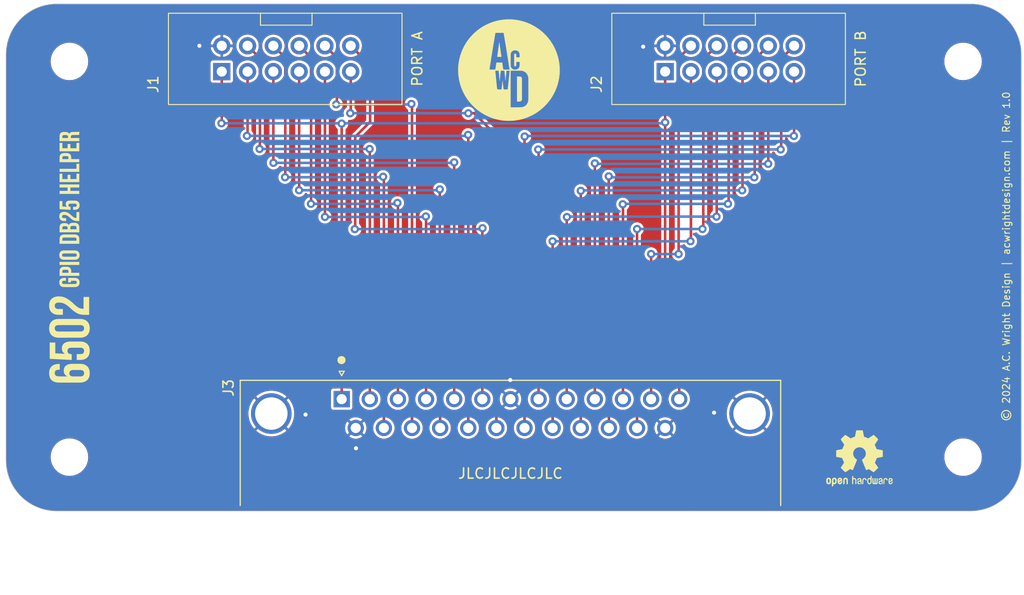
<source format=kicad_pcb>
(kicad_pcb (version 20241229) (generator "pcbnew") (generator_version "9.0")
  (title_block (title "6502 GPIO DB25 Helper") (date "2025-09-29") (rev "1.0") (company "A.C. Wright Design"))
  (layers (0 "F.Cu" signal "Top") (2 "B.Cu" signal "Bottom") (13 "F.Paste" user) (15 "B.Paste" user) (5 "F.SilkS" user "F.Silkscreen") (7 "B.SilkS" user "B.Silkscreen") (1 "F.Mask" user) (3 "B.Mask" user) (25 "Edge.Cuts" user))
  (net 0 "")
  (net 1 "GND")
  (net 2 "VCC")
  (net 3 "PB7")
  (net 4 "PB6")
  (net 5 "PB5")
  (net 6 "PB4")
  (net 7 "PB3")
  (net 8 "PB2")
  (net 9 "PB1")
  (net 10 "PB0")
  (net 11 "PA5")
  (net 12 "CA1")
  (net 13 "PA7")
  (net 14 "PA6")
  (net 15 "PA1")
  (net 16 "PA3")
  (net 17 "CA2")
  (net 18 "PA4")
  (net 19 "PA0")
  (net 20 "PA2")
  (net 21 "CB2")
  (net 22 "CB1")
  (footprint "Symbol:OSHW-Logo2_7.3x6mm_SilkScreen" (layer "F.Cu") (at 149.1 127.93)
    (property "Reference" "REF**" (hide yes))
    (property "Value" "OSHW-Logo2_7.3x6mm_SilkScreen" (hide yes))
  )
  (footprint "A.C. Wright Logo:A.C. Wright Logo 10mm" (layer "F.Cu") (at 114.58 89.67)
    (property "Reference" "G***" (hide yes))
    (property "Value" "LOGO" (hide yes))
  )
  (footprint "MountingHole:MountingHole_3.2mm_M3" (layer "F.Cu") (at 159.3011 88.8136)
    (property "Reference" "H2" (hide yes))
    (property "Value" "MountingHole" (hide yes))
    (pad "" np_thru_hole circle (at 0 0) (size 3.2 3.2) (drill 3.2) (layers "*.Cu" "*.Mask"))
  )
  (footprint "6502 Parts:6502 GPIO Connector" (layer "F.Cu") (at 86.3011 89.8136 90)
    (property "Reference" "J1" (at -1.25 -6.75 90) (layer "F.SilkS"))
    (property "Value" "PORT A" (at 1.25 19.25 90) (layer "F.SilkS"))
    (pad "1" thru_hole rect (at 0 0 90) (size 1.7 1.7) (drill 1) (layers "*.Cu" "*.Mask") (net 2 "VCC"))
    (pad "2" thru_hole oval (at 2.54 0 90) (size 1.7 1.7) (drill 1) (layers "*.Cu" "*.Mask") (net 1 "GND"))
    (pad "3" thru_hole oval (at 0 2.54 90) (size 1.7 1.7) (drill 1) (layers "*.Cu" "*.Mask") (net 13 "PA7"))
    (pad "4" thru_hole oval (at 2.54 2.54 90) (size 1.7 1.7) (drill 1) (layers "*.Cu" "*.Mask") (net 19 "PA0"))
    (pad "5" thru_hole oval (at 0 5.08 90) (size 1.7 1.7) (drill 1) (layers "*.Cu" "*.Mask") (net 14 "PA6"))
    (pad "6" thru_hole oval (at 2.54 5.08 90) (size 1.7 1.7) (drill 1) (layers "*.Cu" "*.Mask") (net 15 "PA1"))
    (pad "7" thru_hole oval (at 0 7.62 90) (size 1.7 1.7) (drill 1) (layers "*.Cu" "*.Mask") (net 11 "PA5"))
    (pad "8" thru_hole oval (at 2.54 7.62 90) (size 1.7 1.7) (drill 1) (layers "*.Cu" "*.Mask") (net 20 "PA2"))
    (pad "9" thru_hole oval (at 0 10.16 90) (size 1.7 1.7) (drill 1) (layers "*.Cu" "*.Mask") (net 18 "PA4"))
    (pad "10" thru_hole oval (at 2.54 10.16 90) (size 1.7 1.7) (drill 1) (layers "*.Cu" "*.Mask") (net 16 "PA3"))
    (pad "11" thru_hole oval (at 0 12.7 90) (size 1.7 1.7) (drill 1) (layers "*.Cu" "*.Mask") (net 12 "CA1"))
    (pad "12" thru_hole oval (at 2.54 12.7 90) (size 1.7 1.7) (drill 1) (layers "*.Cu" "*.Mask") (net 17 "CA2"))
  )
  (footprint "6502 Logos:6502 GPIO DB25 Helper 4mm" (layer "F.Cu") (at 71.3 104.48 90)
    (property "Reference" "G***" (hide yes))
    (property "Value" "LOGO" (hide yes))
  )
  (footprint "MountingHole:MountingHole_3.2mm_M3" (layer "F.Cu") (at 159.3011 127.8136)
    (property "Reference" "H4" (hide yes))
    (property "Value" "MountingHole" (hide yes))
    (pad "" np_thru_hole circle (at 0 0) (size 3.2 3.2) (drill 3.2) (layers "*.Cu" "*.Mask"))
  )
  (footprint "6502 Parts:6502 GPIO Connector" (layer "F.Cu") (at 129.9611 89.8136 90)
    (property "Reference" "J2" (at -1.25 -6.75 90) (layer "F.SilkS"))
    (property "Value" "PORT B" (at 1.25 19.25 90) (layer "F.SilkS"))
    (pad "1" thru_hole rect (at 0 0 90) (size 1.7 1.7) (drill 1) (layers "*.Cu" "*.Mask") (net 2 "VCC"))
    (pad "2" thru_hole oval (at 2.54 0 90) (size 1.7 1.7) (drill 1) (layers "*.Cu" "*.Mask") (net 1 "GND"))
    (pad "3" thru_hole oval (at 0 2.54 90) (size 1.7 1.7) (drill 1) (layers "*.Cu" "*.Mask") (net 3 "PB7"))
    (pad "4" thru_hole oval (at 2.54 2.54 90) (size 1.7 1.7) (drill 1) (layers "*.Cu" "*.Mask") (net 10 "PB0"))
    (pad "5" thru_hole oval (at 0 5.08 90) (size 1.7 1.7) (drill 1) (layers "*.Cu" "*.Mask") (net 4 "PB6"))
    (pad "6" thru_hole oval (at 2.54 5.08 90) (size 1.7 1.7) (drill 1) (layers "*.Cu" "*.Mask") (net 9 "PB1"))
    (pad "7" thru_hole oval (at 0 7.62 90) (size 1.7 1.7) (drill 1) (layers "*.Cu" "*.Mask") (net 5 "PB5"))
    (pad "8" thru_hole oval (at 2.54 7.62 90) (size 1.7 1.7) (drill 1) (layers "*.Cu" "*.Mask") (net 8 "PB2"))
    (pad "9" thru_hole oval (at 0 10.16 90) (size 1.7 1.7) (drill 1) (layers "*.Cu" "*.Mask") (net 6 "PB4"))
    (pad "10" thru_hole oval (at 2.54 10.16 90) (size 1.7 1.7) (drill 1) (layers "*.Cu" "*.Mask") (net 7 "PB3"))
    (pad "11" thru_hole oval (at 0 12.7 90) (size 1.7 1.7) (drill 1) (layers "*.Cu" "*.Mask") (net 22 "CB1"))
    (pad "12" thru_hole oval (at 2.54 12.7 90) (size 1.7 1.7) (drill 1) (layers "*.Cu" "*.Mask") (net 21 "CB2"))
  )
  (footprint "MountingHole:MountingHole_3.2mm_M3" (layer "F.Cu") (at 71.3011 88.8136)
    (property "Reference" "H1" (hide yes))
    (property "Value" "MountingHole" (hide yes))
    (pad "" np_thru_hole circle (at 0 0) (size 3.2 3.2) (drill 3.2) (layers "*.Cu" "*.Mask"))
  )
  (footprint "Connector_Dsub:DSUB-25_Pins_Horizontal_P2.77x2.84mm_EdgePinOffset7.70mm_Housed_MountingHolesOffset9.12mm" (layer "F.Cu") (at 98.11 122.1)
    (property "Reference" "J3" (at -11.15 -1.11 90) (layer "F.SilkS"))
    (property "Value" "KEYBOARD")
    (pad "0" thru_hole circle (at -6.93 1.42) (size 4 4) (drill 3.2) (layers "*.Cu" "*.Mask") (net 1 "GND"))
    (pad "0" thru_hole circle (at 40.17 1.42) (size 4 4) (drill 3.2) (layers "*.Cu" "*.Mask") (net 1 "GND"))
    (pad "1" thru_hole rect (at 0 0) (size 1.6 1.6) (drill 1) (layers "*.Cu" "*.Mask") (net 2 "VCC"))
    (pad "2" thru_hole circle (at 2.77 0) (size 1.6 1.6) (drill 1) (layers "*.Cu" "*.Mask") (net 19 "PA0"))
    (pad "3" thru_hole circle (at 5.54 0) (size 1.6 1.6) (drill 1) (layers "*.Cu" "*.Mask") (net 20 "PA2"))
    (pad "4" thru_hole circle (at 8.31 0) (size 1.6 1.6) (drill 1) (layers "*.Cu" "*.Mask") (net 18 "PA4"))
    (pad "5" thru_hole circle (at 11.08 0) (size 1.6 1.6) (drill 1) (layers "*.Cu" "*.Mask") (net 14 "PA6"))
    (pad "6" thru_hole circle (at 13.85 0) (size 1.6 1.6) (drill 1) (layers "*.Cu" "*.Mask") (net 17 "CA2"))
    (pad "7" thru_hole circle (at 16.62 0) (size 1.6 1.6) (drill 1) (layers "*.Cu" "*.Mask") (net 1 "GND"))
    (pad "8" thru_hole circle (at 19.39 0) (size 1.6 1.6) (drill 1) (layers "*.Cu" "*.Mask") (net 21 "CB2"))
    (pad "9" thru_hole circle (at 22.16 0) (size 1.6 1.6) (drill 1) (layers "*.Cu" "*.Mask") (net 4 "PB6"))
    (pad "10" thru_hole circle (at 24.93 0) (size 1.6 1.6) (drill 1) (layers "*.Cu" "*.Mask") (net 6 "PB4"))
    (pad "11" thru_hole circle (at 27.7 0) (size 1.6 1.6) (drill 1) (layers "*.Cu" "*.Mask") (net 8 "PB2"))
    (pad "12" thru_hole circle (at 30.47 0) (size 1.6 1.6) (drill 1) (layers "*.Cu" "*.Mask") (net 10 "PB0"))
    (pad "13" thru_hole circle (at 33.24 0) (size 1.6 1.6) (drill 1) (layers "*.Cu" "*.Mask") (net 2 "VCC"))
    (pad "14" thru_hole circle (at 1.385 2.84) (size 1.6 1.6) (drill 1) (layers "*.Cu" "*.Mask") (net 1 "GND"))
    (pad "15" thru_hole circle (at 4.155 2.84) (size 1.6 1.6) (drill 1) (layers "*.Cu" "*.Mask") (net 15 "PA1"))
    (pad "16" thru_hole circle (at 6.925 2.84) (size 1.6 1.6) (drill 1) (layers "*.Cu" "*.Mask") (net 16 "PA3"))
    (pad "17" thru_hole circle (at 9.695 2.84) (size 1.6 1.6) (drill 1) (layers "*.Cu" "*.Mask") (net 11 "PA5"))
    (pad "18" thru_hole circle (at 12.465 2.84) (size 1.6 1.6) (drill 1) (layers "*.Cu" "*.Mask") (net 13 "PA7"))
    (pad "19" thru_hole circle (at 15.235 2.84) (size 1.6 1.6) (drill 1) (layers "*.Cu" "*.Mask") (net 12 "CA1"))
    (pad "20" thru_hole circle (at 18.005 2.84) (size 1.6 1.6) (drill 1) (layers "*.Cu" "*.Mask") (net 22 "CB1"))
    (pad "21" thru_hole circle (at 20.775 2.84) (size 1.6 1.6) (drill 1) (layers "*.Cu" "*.Mask") (net 3 "PB7"))
    (pad "22" thru_hole circle (at 23.545 2.84) (size 1.6 1.6) (drill 1) (layers "*.Cu" "*.Mask") (net 5 "PB5"))
    (pad "23" thru_hole circle (at 26.315 2.84) (size 1.6 1.6) (drill 1) (layers "*.Cu" "*.Mask") (net 7 "PB3"))
    (pad "24" thru_hole circle (at 29.085 2.84) (size 1.6 1.6) (drill 1) (layers "*.Cu" "*.Mask") (net 9 "PB1"))
    (pad "25" thru_hole circle (at 31.855 2.84) (size 1.6 1.6) (drill 1) (layers "*.Cu" "*.Mask") (net 1 "GND"))
  )
  (footprint "MountingHole:MountingHole_3.2mm_M3" (layer "F.Cu") (at 71.3011 127.8136)
    (property "Reference" "H3" (hide yes))
    (property "Value" "MountingHole" (hide yes))
    (pad "" np_thru_hole circle (at 0 0) (size 3.2 3.2) (drill 3.2) (layers "*.Cu" "*.Mask"))
  )
  (gr_circle (center 98.09 118.25) (end 98.29 118.25) (stroke (width 0.4)) (fill no) (layer "F.SilkS"))
  (gr_line (start 132.8472 133.1342) (end 160.0472 133.1342) (stroke (width 0.05)) (layer "Edge.Cuts"))
  (gr_arc (start 70.0472 133.1342) (mid 66.511666 131.669734) (end 65.0472 128.1342) (stroke (width 0.05)) (layer "Edge.Cuts"))
  (gr_line (start 165.0472 128.1342) (end 165.0472 88.1342) (stroke (width 0.05)) (layer "Edge.Cuts"))
  (gr_line (start 70.0472 133.1342) (end 132.8472 133.1342) (stroke (width 0.05)) (layer "Edge.Cuts"))
  (gr_line (start 65.0472 88.1342) (end 65.0472 128.1342) (stroke (width 0.05)) (layer "Edge.Cuts"))
  (gr_arc (start 65.0472 88.1342) (mid 66.511666 84.598666) (end 70.0472 83.1342) (stroke (width 0.05)) (layer "Edge.Cuts"))
  (gr_line (start 160.0472 83.1342) (end 70.0472 83.1342) (stroke (width 0.05)) (layer "Edge.Cuts"))
  (gr_arc (start 160.0472 83.1342) (mid 163.582734 84.598666) (end 165.0472 88.1342) (stroke (width 0.05)) (layer "Edge.Cuts"))
  (gr_arc (start 165.0472 128.1342) (mid 163.582734 131.669734) (end 160.0472 133.1342) (stroke (width 0.05)) (layer "Edge.Cuts"))
  (gr_text "JLCJLCJLCJLC" (at 114.73 129.425331 0) (layer "F.SilkS") (effects (font (size 1 1))))
  (gr_text "© 2024 A.C. Wright Design | acwrightdesign.com | Rev 1.0" (at 163.56 108.04 90) (layer "F.SilkS") (effects (font (size 0.7 0.7) (thickness 0.1))))
  (via (at 84.1 87.27) (size 0.8) (drill 0.4) (layers "F.Cu" "B.Cu") (net 1))
  (via (at 99.52 126.94) (size 0.8) (drill 0.4) (layers "F.Cu" "B.Cu") (net 1))
  (via (at 127.8 87.36) (size 0.8) (drill 0.4) (layers "F.Cu" "B.Cu") (net 1))
  (via (at 94.55 123.62) (size 0.8) (drill 0.4) (layers "F.Cu" "B.Cu") (net 1))
  (via (at 134.78 123.43) (size 0.8) (drill 0.4) (layers "F.Cu" "B.Cu") (net 1))
  (via (at 114.71 120.21) (size 0.8) (drill 0.4) (layers "F.Cu" "B.Cu") (net 1))
  (segment (start 86.3011 94.8789) (end 86.27 94.91) (width 0.25) (layer "F.Cu") (net 2))
  (segment (start 129.9611 89.8136) (end 129.9611 94.82) (width 0.25) (layer "F.Cu") (net 2))
  (segment (start 129.9611 94.82) (end 129.9611 117.5411) (width 0.25) (layer "F.Cu") (net 2))
  (segment (start 86.3011 89.8136) (end 86.3011 94.8789) (width 0.25) (layer "F.Cu") (net 2))
  (segment (start 129.9611 117.5411) (end 131.35 118.93) (width 0.25) (layer "F.Cu") (net 2))
  (segment (start 131.35 118.93) (end 131.35 122.1) (width 0.25) (layer "F.Cu") (net 2))
  (segment (start 98.11 94.94) (end 98.11 122.1) (width 0.25) (layer "F.Cu") (net 2))
  (via (at 129.9611 94.82) (size 0.8) (drill 0.4) (layers "F.Cu" "B.Cu") (net 2))
  (via (at 98.11 94.94) (size 0.8) (drill 0.4) (layers "F.Cu" "B.Cu") (net 2))
  (via (at 86.27 94.91) (size 0.8) (drill 0.4) (layers "F.Cu" "B.Cu") (net 2))
  (segment (start 129.8711 94.91) (end 129.9611 94.82) (width 0.25) (layer "B.Cu") (net 2))
  (segment (start 86.27 94.91) (end 129.8711 94.91) (width 0.25) (layer "B.Cu") (net 2))
  (segment (start 118.88 106.54) (end 118.885 106.545) (width 0.25) (layer "F.Cu") (net 3))
  (segment (start 118.885 106.545) (end 118.885 124.94) (width 0.25) (layer "F.Cu") (net 3))
  (segment (start 132.5011 89.8136) (end 132.5011 106.4989) (width 0.25) (layer "F.Cu") (net 3))
  (segment (start 132.5011 106.4989) (end 132.46 106.54) (width 0.25) (layer "F.Cu") (net 3))
  (via (at 132.46 106.54) (size 0.8) (drill 0.4) (layers "F.Cu" "B.Cu") (net 3))
  (via (at 118.88 106.54) (size 0.8) (drill 0.4) (layers "F.Cu" "B.Cu") (net 3))
  (segment (start 132.46 106.54) (end 118.88 106.54) (width 0.25) (layer "B.Cu") (net 3))
  (segment (start 120.29 104.15) (end 120.27 104.17) (width 0.25) (layer "F.Cu") (net 4))
  (segment (start 120.27 104.17) (end 120.27 122.1) (width 0.25) (layer "F.Cu") (net 4))
  (segment (start 135.0411 89.8136) (end 135.0411 104.0889) (width 0.25) (layer "F.Cu") (net 4))
  (segment (start 135.0411 104.0889) (end 135.02 104.11) (width 0.25) (layer "F.Cu") (net 4))
  (via (at 120.29 104.15) (size 0.8) (drill 0.4) (layers "F.Cu" "B.Cu") (net 4))
  (via (at 135.02 104.11) (size 0.8) (drill 0.4) (layers "F.Cu" "B.Cu") (net 4))
  (segment (start 120.33 104.11) (end 120.29 104.15) (width 0.25) (layer "B.Cu") (net 4))
  (segment (start 135.02 104.11) (end 120.33 104.11) (width 0.25) (layer "B.Cu") (net 4))
  (segment (start 137.5811 89.8136) (end 137.5811 101.4889) (width 0.25) (layer "F.Cu") (net 5))
  (segment (start 137.5811 101.4889) (end 137.55 101.52) (width 0.25) (layer "F.Cu") (net 5))
  (segment (start 121.655 101.565) (end 121.655 124.94) (width 0.25) (layer "F.Cu") (net 5))
  (via (at 121.655 101.565) (size 0.8) (drill 0.4) (layers "F.Cu" "B.Cu") (net 5))
  (via (at 137.55 101.52) (size 0.8) (drill 0.4) (layers "F.Cu" "B.Cu") (net 5))
  (segment (start 121.7 101.52) (end 137.55 101.52) (width 0.25) (layer "B.Cu") (net 5))
  (segment (start 121.655 101.565) (end 121.7 101.52) (width 0.25) (layer "B.Cu") (net 5))
  (segment (start 140.1211 89.8136) (end 140.1211 98.8989) (width 0.25) (layer "F.Cu") (net 6))
  (segment (start 140.1211 98.8989) (end 140.11 98.91) (width 0.25) (layer "F.Cu") (net 6))
  (segment (start 123.04 98.86) (end 123.04 122.1) (width 0.25) (layer "F.Cu") (net 6))
  (via (at 123.04 98.86) (size 0.8) (drill 0.4) (layers "F.Cu" "B.Cu") (net 6))
  (via (at 140.11 98.91) (size 0.8) (drill 0.4) (layers "F.Cu" "B.Cu") (net 6))
  (segment (start 123.09 98.91) (end 123.04 98.86) (width 0.25) (layer "B.Cu") (net 6))
  (segment (start 140.11 98.91) (end 123.09 98.91) (width 0.25) (layer "B.Cu") (net 6))
  (segment (start 124.425 122.525) (end 124.425 124.94) (width 0.25) (layer "F.Cu") (net 7))
  (segment (start 124.41 100.14) (end 124.41 122.51) (width 0.25) (layer "F.Cu") (net 7))
  (segment (start 124.41 122.51) (end 124.425 122.525) (width 0.25) (layer "F.Cu") (net 7))
  (segment (start 140.1211 87.2736) (end 138.78 88.6147) (width 0.25) (layer "F.Cu") (net 7))
  (segment (start 138.78 100.2) (end 138.74 100.24) (width 0.25) (layer "F.Cu") (net 7))
  (segment (start 138.78 89.89) (end 138.78 100.2) (width 0.25) (layer "F.Cu") (net 7))
  (segment (start 138.78 88.6147) (end 138.78 89.89) (width 0.25) (layer "F.Cu") (net 7))
  (via (at 138.74 100.24) (size 0.8) (drill 0.4) (layers "F.Cu" "B.Cu") (net 7))
  (via (at 124.41 100.14) (size 0.8) (drill 0.4) (layers "F.Cu" "B.Cu") (net 7))
  (segment (start 138.74 100.24) (end 124.51 100.24) (width 0.25) (layer "B.Cu") (net 7))
  (segment (start 124.51 100.24) (end 124.41 100.14) (width 0.25) (layer "B.Cu") (net 7))
  (segment (start 136.2171 89.6729) (end 136.2171 102.7829) (width 0.25) (layer "F.Cu") (net 8))
  (segment (start 136.2171 102.7829) (end 136.15 102.85) (width 0.25) (layer "F.Cu") (net 8))
  (segment (start 137.5811 87.2736) (end 136.2171 88.6376) (width 0.25) (layer "F.Cu") (net 8))
  (segment (start 125.81 102.91) (end 125.81 122.1) (width 0.25) (layer "F.Cu") (net 8))
  (segment (start 136.2171 88.6376) (end 136.2171 89.6729) (width 0.25) (layer "F.Cu") (net 8))
  (segment (start 125.79 102.89) (end 125.81 102.91) (width 0.25) (layer "F.Cu") (net 8))
  (via (at 136.15 102.85) (size 0.8) (drill 0.4) (layers "F.Cu" "B.Cu") (net 8))
  (via (at 125.79 102.89) (size 0.8) (drill 0.4) (layers "F.Cu" "B.Cu") (net 8))
  (segment (start 136.15 102.85) (end 125.83 102.85) (width 0.25) (layer "B.Cu") (net 8))
  (segment (start 125.83 102.85) (end 125.79 102.89) (width 0.25) (layer "B.Cu") (net 8))
  (segment (start 127.195 105.335) (end 127.195 124.94) (width 0.25) (layer "F.Cu") (net 9))
  (segment (start 133.72 88.5947) (end 133.72 89.31) (width 0.25) (layer "F.Cu") (net 9))
  (segment (start 135.0411 87.2736) (end 133.72 88.5947) (width 0.25) (layer "F.Cu") (net 9))
  (segment (start 127.2 105.33) (end 127.195 105.335) (width 0.25) (layer "F.Cu") (net 9))
  (segment (start 133.72 89.31) (end 133.72 105.25) (width 0.25) (layer "F.Cu") (net 9))
  (segment (start 133.72 105.25) (end 133.64 105.33) (width 0.25) (layer "F.Cu") (net 9))
  (via (at 127.2 105.33) (size 0.8) (drill 0.4) (layers "F.Cu" "B.Cu") (net 9))
  (via (at 133.64 105.33) (size 0.8) (drill 0.4) (layers "F.Cu" "B.Cu") (net 9))
  (segment (start 133.64 105.33) (end 127.2 105.33) (width 0.25) (layer "B.Cu") (net 9))
  (segment (start 131.29 88.4847) (end 131.29 90.05) (width 0.25) (layer "F.Cu") (net 10))
  (segment (start 128.58 107.79) (end 128.58 122.1) (width 0.25) (layer "F.Cu") (net 10))
  (segment (start 132.5011 87.2736) (end 131.29 88.4847) (width 0.25) (layer "F.Cu") (net 10))
  (segment (start 131.29 90.05) (end 131.29 107.8) (width 0.25) (layer "F.Cu") (net 10))
  (via (at 131.29 107.8) (size 0.8) (drill 0.4) (layers "F.Cu" "B.Cu") (net 10))
  (via (at 128.58 107.79) (size 0.8) (drill 0.4) (layers "F.Cu" "B.Cu") (net 10))
  (segment (start 128.67 107.8) (end 131.29 107.8) (width 0.25) (layer "B.Cu") (net 10))
  (segment (start 128.66 107.79) (end 128.67 107.8) (width 0.25) (layer "B.Cu") (net 10))
  (segment (start 128.58 107.79) (end 128.66 107.79) (width 0.25) (layer "B.Cu") (net 10))
  (segment (start 107.77 122.14) (end 107.805 122.175) (width 0.25) (layer "F.Cu") (net 11))
  (segment (start 93.9211 89.8136) (end 93.9211 101.4989) (width 0.25) (layer "F.Cu") (net 11))
  (segment (start 93.9211 101.4989) (end 93.91 101.51) (width 0.25) (layer "F.Cu") (net 11))
  (segment (start 107.805 122.175) (end 107.805 124.94) (width 0.25) (layer "F.Cu") (net 11))
  (segment (start 107.77 101.42) (end 107.77 122.14) (width 0.25) (layer "F.Cu") (net 11))
  (via (at 107.77 101.42) (size 0.8) (drill 0.4) (layers "F.Cu" "B.Cu") (net 11))
  (via (at 93.91 101.51) (size 0.8) (drill 0.4) (layers "F.Cu" "B.Cu") (net 11))
  (segment (start 107.68 101.51) (end 107.77 101.42) (width 0.25) (layer "B.Cu") (net 11))
  (segment (start 93.91 101.51) (end 107.68 101.51) (width 0.25) (layer "B.Cu") (net 11))
  (segment (start 99.0011 89.8136) (end 99.0011 93.8689) (width 0.25) (layer "F.Cu") (net 12))
  (segment (start 99.0011 93.8689) (end 98.95 93.92) (width 0.25) (layer "F.Cu") (net 12))
  (segment (start 110.58 93.92) (end 111.15 93.92) (width 0.25) (layer "F.Cu") (net 12))
  (segment (start 113.345 96.115) (end 113.345 124.94) (width 0.25) (layer "F.Cu") (net 12))
  (segment (start 111.15 93.92) (end 113.345 96.115) (width 0.25) (layer "F.Cu") (net 12))
  (via (at 98.95 93.92) (size 0.8) (drill 0.4) (layers "F.Cu" "B.Cu") (net 12))
  (via (at 110.58 93.92) (size 0.8) (drill 0.4) (layers "F.Cu" "B.Cu") (net 12))
  (segment (start 110.58 93.92) (end 98.95 93.92) (width 0.25) (layer "B.Cu") (net 12))
  (segment (start 110.56 96.05) (end 110.575 96.065) (width 0.25) (layer "F.Cu") (net 13))
  (segment (start 88.8411 89.8136) (end 88.8411 96.0889) (width 0.25) (layer "F.Cu") (net 13))
  (segment (start 88.8411 96.0889) (end 88.78 96.15) (width 0.25) (layer "F.Cu") (net 13))
  (segment (start 110.575 96.065) (end 110.575 124.94) (width 0.25) (layer "F.Cu") (net 13))
  (via (at 88.78 96.15) (size 0.8) (drill 0.4) (layers "F.Cu" "B.Cu") (net 13))
  (via (at 110.56 96.05) (size 0.8) (drill 0.4) (layers "F.Cu" "B.Cu") (net 13))
  (segment (start 88.78 96.15) (end 110.46 96.15) (width 0.25) (layer "B.Cu") (net 13))
  (segment (start 110.46 96.15) (end 110.56 96.05) (width 0.25) (layer "B.Cu") (net 13))
  (segment (start 91.3811 89.8136) (end 91.3811 98.8011) (width 0.25) (layer "F.Cu") (net 14))
  (segment (start 109.19 98.76) (end 109.19 122.1) (width 0.25) (layer "F.Cu") (net 14))
  (segment (start 91.3811 98.8011) (end 91.39 98.81) (width 0.25) (layer "F.Cu") (net 14))
  (via (at 91.39 98.81) (size 0.8) (drill 0.4) (layers "F.Cu" "B.Cu") (net 14))
  (via (at 109.19 98.76) (size 0.8) (drill 0.4) (layers "F.Cu" "B.Cu") (net 14))
  (segment (start 109.14 98.81) (end 109.19 98.76) (width 0.25) (layer "B.Cu") (net 14))
  (segment (start 91.39 98.81) (end 109.14 98.81) (width 0.25) (layer "B.Cu") (net 14))
  (segment (start 91.3811 87.2736) (end 92.5571 88.4496) (width 0.25) (layer "F.Cu") (net 15))
  (segment (start 92.5571 88.4496) (end 92.5571 89.66) (width 0.25) (layer "F.Cu") (net 15))
  (segment (start 102.19 100.18) (end 102.265 100.255) (width 0.25) (layer "F.Cu") (net 15))
  (segment (start 92.5571 89.66) (end 92.5571 100.2029) (width 0.25) (layer "F.Cu") (net 15))
  (segment (start 102.265 100.255) (end 102.265 124.94) (width 0.25) (layer "F.Cu") (net 15))
  (segment (start 92.5571 100.2029) (end 92.53 100.23) (width 0.25) (layer "F.Cu") (net 15))
  (via (at 102.19 100.18) (size 0.8) (drill 0.4) (layers "F.Cu" "B.Cu") (net 15))
  (via (at 92.53 100.23) (size 0.8) (drill 0.4) (layers "F.Cu" "B.Cu") (net 15))
  (segment (start 92.53 100.23) (end 102.14 100.23) (width 0.25) (layer "B.Cu") (net 15))
  (segment (start 102.14 100.23) (end 102.19 100.18) (width 0.25) (layer "B.Cu") (net 15))
  (segment (start 96.4611 87.2736) (end 97.6371 88.4496) (width 0.25) (layer "F.Cu") (net 16))
  (segment (start 97.6371 92.9829) (end 97.57 93.05) (width 0.25) (layer "F.Cu") (net 16))
  (segment (start 97.6371 88.4496) (end 97.6371 92.9829) (width 0.25) (layer "F.Cu") (net 16))
  (segment (start 105.035 93.055) (end 105.035 124.94) (width 0.25) (layer "F.Cu") (net 16))
  (segment (start 104.98 93) (end 105.035 93.055) (width 0.25) (layer "F.Cu") (net 16))
  (via (at 97.57 93.05) (size 0.8) (drill 0.4) (layers "F.Cu" "B.Cu") (net 16))
  (via (at 104.98 93) (size 0.8) (drill 0.4) (layers "F.Cu" "B.Cu") (net 16))
  (segment (start 97.57 93.05) (end 104.93 93.05) (width 0.25) (layer "B.Cu") (net 16))
  (segment (start 104.93 93.05) (end 104.98 93) (width 0.25) (layer "B.Cu") (net 16))
  (segment (start 99.0011 87.2736) (end 100.91 89.1825) (width 0.25) (layer "F.Cu") (net 17))
  (segment (start 99.44 105.3) (end 99.4 105.34) (width 0.25) (layer "F.Cu") (net 17))
  (segment (start 100.91 90.43) (end 100.91 94.77) (width 0.25) (layer "F.Cu") (net 17))
  (segment (start 111.98 105.25) (end 111.96 105.27) (width 0.25) (layer "F.Cu") (net 17))
  (segment (start 111.96 105.27) (end 111.96 122.1) (width 0.25) (layer "F.Cu") (net 17))
  (segment (start 99.44 96.24) (end 99.44 105.3) (width 0.25) (layer "F.Cu") (net 17))
  (segment (start 100.91 94.77) (end 99.44 96.24) (width 0.25) (layer "F.Cu") (net 17))
  (segment (start 100.91 89.1825) (end 100.91 90.43) (width 0.25) (layer "F.Cu") (net 17))
  (via (at 111.98 105.25) (size 0.8) (drill 0.4) (layers "F.Cu" "B.Cu") (net 17))
  (via (at 99.4 105.34) (size 0.8) (drill 0.4) (layers "F.Cu" "B.Cu") (net 17))
  (segment (start 111.89 105.34) (end 111.98 105.25) (width 0.25) (layer "B.Cu") (net 17))
  (segment (start 99.4 105.34) (end 111.89 105.34) (width 0.25) (layer "B.Cu") (net 17))
  (segment (start 106.4 104.09) (end 106.42 104.11) (width 0.25) (layer "F.Cu") (net 18))
  (segment (start 96.4611 104.1389) (end 96.46 104.14) (width 0.25) (layer "F.Cu") (net 18))
  (segment (start 106.42 104.11) (end 106.42 122.1) (width 0.25) (layer "F.Cu") (net 18))
  (segment (start 96.4611 89.8136) (end 96.4611 104.1389) (width 0.25) (layer "F.Cu") (net 18))
  (via (at 96.46 104.14) (size 0.8) (drill 0.4) (layers "F.Cu" "B.Cu") (net 18))
  (via (at 106.4 104.09) (size 0.8) (drill 0.4) (layers "F.Cu" "B.Cu") (net 18))
  (segment (start 106.35 104.14) (end 106.4 104.09) (width 0.25) (layer "B.Cu") (net 18))
  (segment (start 96.46 104.14) (end 106.35 104.14) (width 0.25) (layer "B.Cu") (net 18))
  (segment (start 100.86 97.44) (end 100.86 97.7) (width 0.25) (layer "F.Cu") (net 19))
  (segment (start 100.86 97.7) (end 100.88 97.72) (width 0.25) (layer "F.Cu") (net 19))
  (segment (start 90.06 89.34) (end 90.06 97.4) (width 0.25) (layer "F.Cu") (net 19))
  (segment (start 88.8411 87.2736) (end 90.06 88.4925) (width 0.25) (layer "F.Cu") (net 19))
  (segment (start 90.06 97.4) (end 90.02 97.44) (width 0.25) (layer "F.Cu") (net 19))
  (segment (start 90.06 88.4925) (end 90.06 89.34) (width 0.25) (layer "F.Cu") (net 19))
  (segment (start 100.88 97.72) (end 100.88 122.1) (width 0.25) (layer "F.Cu") (net 19))
  (via (at 100.86 97.44) (size 0.8) (drill 0.4) (layers "F.Cu" "B.Cu") (net 19))
  (via (at 90.02 97.44) (size 0.8) (drill 0.4) (layers "F.Cu" "B.Cu") (net 19))
  (segment (start 90.02 97.44) (end 100.86 97.44) (width 0.25) (layer "B.Cu") (net 19))
  (segment (start 93.9211 87.2736) (end 95.0971 88.4496) (width 0.25) (layer "F.Cu") (net 20))
  (segment (start 95.0971 89.82) (end 95.0971 102.8329) (width 0.25) (layer "F.Cu") (net 20))
  (segment (start 103.6 102.76) (end 103.65 102.81) (width 0.25) (layer "F.Cu") (net 20))
  (segment (start 103.65 102.81) (end 103.65 122.1) (width 0.25) (layer "F.Cu") (net 20))
  (segment (start 95.0971 88.4496) (end 95.0971 89.82) (width 0.25) (layer "F.Cu") (net 20))
  (segment (start 95.0971 102.8329) (end 95.08 102.85) (width 0.25) (layer "F.Cu") (net 20))
  (via (at 103.6 102.76) (size 0.8) (drill 0.4) (layers "F.Cu" "B.Cu") (net 20))
  (via (at 95.08 102.85) (size 0.8) (drill 0.4) (layers "F.Cu" "B.Cu") (net 20))
  (segment (start 95.08 102.85) (end 103.51 102.85) (width 0.25) (layer "B.Cu") (net 20))
  (segment (start 103.51 102.85) (end 103.6 102.76) (width 0.25) (layer "B.Cu") (net 20))
  (segment (start 117.5 97.53) (end 117.5 122.1) (width 0.25) (layer "F.Cu") (net 21))
  (segment (start 117.46 97.49) (end 117.5 97.53) (width 0.25) (layer "F.Cu") (net 21))
  (segment (start 141.39 90.95) (end 141.39 97.44) (width 0.25) (layer "F.Cu") (net 21))
  (segment (start 141.39 97.44) (end 141.34 97.49) (width 0.25) (layer "F.Cu") (net 21))
  (segment (start 142.6611 87.2736) (end 141.39 88.5447) (width 0.25) (layer "F.Cu") (net 21))
  (segment (start 141.39 88.5447) (end 141.39 90.95) (width 0.25) (layer "F.Cu") (net 21))
  (via (at 117.46 97.49) (size 0.8) (drill 0.4) (layers "F.Cu" "B.Cu") (net 21))
  (via (at 141.34 97.49) (size 0.8) (drill 0.4) (layers "F.Cu" "B.Cu") (net 21))
  (segment (start 141.34 97.49) (end 117.46 97.49) (width 0.25) (layer "B.Cu") (net 21))
  (segment (start 116.115 96.225) (end 116.115 124.94) (width 0.25) (layer "F.Cu") (net 22))
  (segment (start 116.13 96.21) (end 116.115 96.225) (width 0.25) (layer "F.Cu") (net 22))
  (segment (start 142.6611 89.8136) (end 142.6611 96.1389) (width 0.25) (layer "F.Cu") (net 22))
  (segment (start 142.6611 96.1389) (end 142.64 96.16) (width 0.25) (layer "F.Cu") (net 22))
  (via (at 142.64 96.16) (size 0.8) (drill 0.4) (layers "F.Cu" "B.Cu") (net 22))
  (via (at 116.13 96.21) (size 0.8) (drill 0.4) (layers "F.Cu" "B.Cu") (net 22))
  (segment (start 116.18 96.16) (end 116.13 96.21) (width 0.25) (layer "B.Cu") (net 22))
  (segment (start 142.64 96.16) (end 116.18 96.16) (width 0.25) (layer "B.Cu") (net 22))
  (zone (net 1) (net_name "GND") (layer "F.Cu") (connect_pads (clearance 0.254)) (min_thickness 0.254) (fill yes (thermal_gap 0.254) (thermal_bridge_width 0.254))
    (polygon (pts (xy 165.3011 133.8136) (xy 64.4631 133.8136) (xy 64.4631 82.7596) (xy 165.3011 82.7596)))
  )
  (zone (net 1) (net_name "GND") (layer "B.Cu") (connect_pads (clearance 0.254)) (min_thickness 0.254) (fill yes (thermal_gap 0.254) (thermal_bridge_width 0.254))
    (polygon (pts (xy 165.3011 133.8136) (xy 64.4631 133.8136) (xy 64.4631 82.7596) (xy 165.3011 82.7596)))
  )
)
</source>
